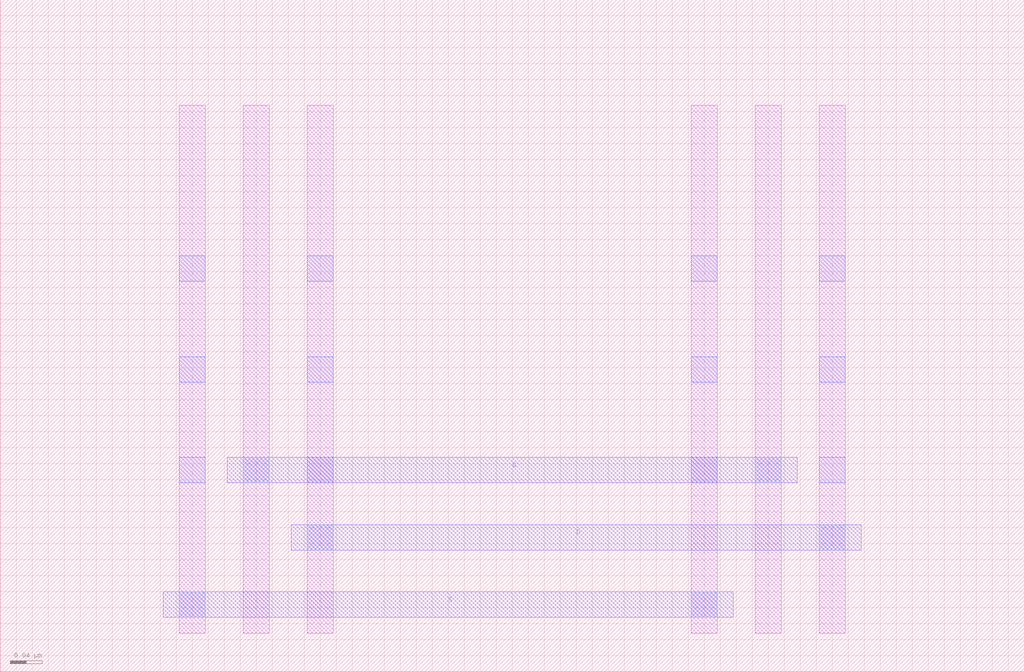
<source format=lef>
MACRO Switch_PMOS_n12_X2_Y1
  ORIGIN 0 0 ;
  FOREIGN Switch_PMOS_n12_X2_Y1 0 0 ;
  SIZE 1.2800 BY 0.8400 ;
  PIN S
    DIRECTION INOUT ;
    USE SIGNAL ;
    PORT
      LAYER M2 ;
        RECT 0.2040 0.0680 0.9160 0.1000 ;
    END
  END S
  PIN D
    DIRECTION INOUT ;
    USE SIGNAL ;
    PORT
      LAYER M2 ;
        RECT 0.3640 0.1520 1.0760 0.1840 ;
    END
  END D
  PIN G
    DIRECTION INOUT ;
    USE SIGNAL ;
    PORT
      LAYER M2 ;
        RECT 0.2840 0.2360 0.9960 0.2680 ;
    END
  END G
  OBS
    LAYER M1 ;
      RECT 0.3040 0.0480 0.3360 0.7080 ;
    LAYER M1 ;
      RECT 0.9440 0.0480 0.9760 0.7080 ;
    LAYER M1 ;
      RECT 0.2240 0.0480 0.2560 0.7080 ;
    LAYER M1 ;
      RECT 0.8640 0.0480 0.8960 0.7080 ;
    LAYER M1 ;
      RECT 0.3840 0.0480 0.4160 0.7080 ;
    LAYER M1 ;
      RECT 1.0240 0.0480 1.0560 0.7080 ;
    LAYER V1 ;
      RECT 0.2240 0.0680 0.2560 0.1000 ;
    LAYER V1 ;
      RECT 0.8640 0.0680 0.8960 0.1000 ;
    LAYER V1 ;
      RECT 0.3840 0.1520 0.4160 0.1840 ;
    LAYER V1 ;
      RECT 1.0240 0.1520 1.0560 0.1840 ;
    LAYER V1 ;
      RECT 0.3040 0.2360 0.3360 0.2680 ;
    LAYER V1 ;
      RECT 0.9440 0.2360 0.9760 0.2680 ;
    LAYER V0 ;
      RECT 0.2240 0.2360 0.2560 0.2680 ;
    LAYER V0 ;
      RECT 0.2240 0.3620 0.2560 0.3940 ;
    LAYER V0 ;
      RECT 0.2240 0.4880 0.2560 0.5200 ;
    LAYER V0 ;
      RECT 0.8640 0.2360 0.8960 0.2680 ;
    LAYER V0 ;
      RECT 0.8640 0.3620 0.8960 0.3940 ;
    LAYER V0 ;
      RECT 0.8640 0.4880 0.8960 0.5200 ;
    LAYER V0 ;
      RECT 0.3840 0.2360 0.4160 0.2680 ;
    LAYER V0 ;
      RECT 0.3840 0.3620 0.4160 0.3940 ;
    LAYER V0 ;
      RECT 0.3840 0.4880 0.4160 0.5200 ;
    LAYER V0 ;
      RECT 1.0240 0.2360 1.0560 0.2680 ;
    LAYER V0 ;
      RECT 1.0240 0.3620 1.0560 0.3940 ;
    LAYER V0 ;
      RECT 1.0240 0.4880 1.0560 0.5200 ;
  END
END Switch_PMOS_n12_X2_Y1

</source>
